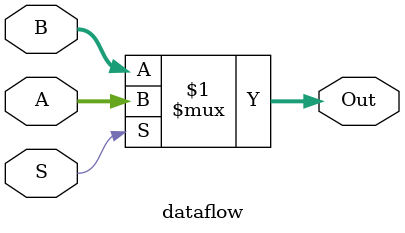
<source format=v>
`timescale 1ns / 1ps


module dataflow(

    input [1:0] A,
    input [1:0] B,
    input [0:0] S,
    output[1:0] Out
    );
    assign #3 Out = (S) ? A:B ;
    
endmodule

</source>
